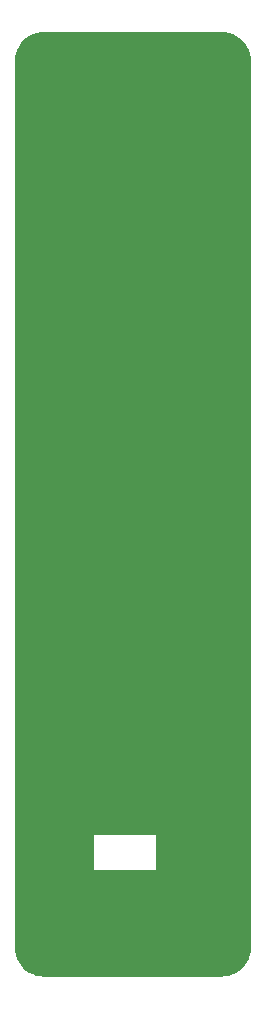
<source format=gbr>
%TF.GenerationSoftware,KiCad,Pcbnew,7.0.5+dfsg-2*%
%TF.CreationDate,2023-07-22T00:58:44+02:00*%
%TF.ProjectId,019-tayloe-quadrature-product-detector,3031392d-7461-4796-9c6f-652d71756164,2*%
%TF.SameCoordinates,Original*%
%TF.FileFunction,Soldermask,Bot*%
%TF.FilePolarity,Negative*%
%FSLAX46Y46*%
G04 Gerber Fmt 4.6, Leading zero omitted, Abs format (unit mm)*
G04 Created by KiCad (PCBNEW 7.0.5+dfsg-2) date 2023-07-22 00:58:44*
%MOMM*%
%LPD*%
G01*
G04 APERTURE LIST*
%ADD10C,3.400000*%
%ADD11C,1.400000*%
G04 APERTURE END LIST*
D10*
%TO.C,H12*%
X150000000Y-115000000D03*
%TD*%
%TO.C,H7*%
X135000000Y-80000000D03*
%TD*%
D11*
%TO.C,J7*%
X135000000Y-110000000D03*
%TD*%
D10*
%TO.C,H9*%
X135000000Y-60000000D03*
%TD*%
%TO.C,H1*%
X135000000Y-120000000D03*
%TD*%
%TO.C,H5*%
X150000000Y-95000000D03*
%TD*%
%TO.C,H2*%
X135000000Y-135000000D03*
%TD*%
D11*
%TO.C,J8*%
X135000000Y-70000000D03*
%TD*%
D10*
%TO.C,H4*%
X150000000Y-120000000D03*
%TD*%
%TO.C,H8*%
X150000000Y-75000000D03*
%TD*%
%TO.C,H11*%
X150000000Y-80000000D03*
%TD*%
%TO.C,H6*%
X135000000Y-95000000D03*
%TD*%
%TO.C,H3*%
X150000000Y-135000000D03*
%TD*%
%TO.C,H13*%
X150000000Y-100000000D03*
%TD*%
%TO.C,H10*%
X150000000Y-60000000D03*
%TD*%
D11*
%TO.C,J9*%
X135000000Y-105000000D03*
%TD*%
G36*
X152442121Y-125266002D02*
G01*
X152488614Y-125319658D01*
X152500000Y-125372000D01*
X152500000Y-128628000D01*
X152479998Y-128696121D01*
X152426342Y-128742614D01*
X152374000Y-128754000D01*
X144501540Y-128754000D01*
X144498445Y-128753924D01*
X144478199Y-128752928D01*
X144472052Y-128752323D01*
X144460686Y-128750638D01*
X144396235Y-128720863D01*
X144358112Y-128660970D01*
X144358422Y-128589974D01*
X144397066Y-128530416D01*
X144461775Y-128501205D01*
X144479162Y-128500000D01*
X144500000Y-128500000D01*
X144500000Y-125500000D01*
X144479162Y-125500000D01*
X144411041Y-125479998D01*
X144364548Y-125426342D01*
X144354444Y-125356068D01*
X144383938Y-125291488D01*
X144443664Y-125253104D01*
X144460671Y-125249364D01*
X144472043Y-125247677D01*
X144478201Y-125247071D01*
X144498451Y-125246076D01*
X144501542Y-125246000D01*
X152374000Y-125246000D01*
X152442121Y-125266002D01*
G37*
G36*
X139201550Y-125246076D02*
G01*
X139221798Y-125247071D01*
X139227955Y-125247677D01*
X139239326Y-125249364D01*
X139303775Y-125279145D01*
X139341891Y-125339042D01*
X139341574Y-125410038D01*
X139302924Y-125469592D01*
X139238212Y-125498796D01*
X139220838Y-125500000D01*
X139200000Y-125500000D01*
X139200000Y-128500000D01*
X139220838Y-128500000D01*
X139288959Y-128520002D01*
X139335452Y-128573658D01*
X139345556Y-128643932D01*
X139316062Y-128708512D01*
X139256336Y-128746896D01*
X139239312Y-128750638D01*
X139227946Y-128752323D01*
X139221800Y-128752928D01*
X139201556Y-128753924D01*
X139198460Y-128754000D01*
X132626000Y-128754000D01*
X132557879Y-128733998D01*
X132511386Y-128680342D01*
X132500000Y-128628000D01*
X132500000Y-125372000D01*
X132520002Y-125303879D01*
X132573658Y-125257386D01*
X132626000Y-125246000D01*
X139198458Y-125246000D01*
X139201550Y-125246076D01*
G37*
G36*
X150002061Y-57500135D02*
G01*
X150322189Y-57521117D01*
X150330368Y-57522193D01*
X150642996Y-57584379D01*
X150650964Y-57586514D01*
X150952793Y-57688971D01*
X150960415Y-57692128D01*
X151246292Y-57833106D01*
X151253436Y-57837231D01*
X151518464Y-58014318D01*
X151525008Y-58019339D01*
X151764659Y-58229507D01*
X151770492Y-58235340D01*
X151980660Y-58474991D01*
X151985681Y-58481535D01*
X152162768Y-58746563D01*
X152166893Y-58753707D01*
X152307871Y-59039584D01*
X152311028Y-59047206D01*
X152413485Y-59349035D01*
X152415620Y-59357003D01*
X152477806Y-59669631D01*
X152478882Y-59677810D01*
X152499865Y-59997937D01*
X152500000Y-60002058D01*
X152500000Y-125628000D01*
X152479998Y-125696121D01*
X152426342Y-125742614D01*
X152374000Y-125754000D01*
X144626000Y-125754000D01*
X144557879Y-125733998D01*
X144511386Y-125680342D01*
X144500000Y-125628000D01*
X144500000Y-125500000D01*
X139200000Y-125500000D01*
X139200000Y-125628000D01*
X139179998Y-125696121D01*
X139126342Y-125742614D01*
X139074000Y-125754000D01*
X132626000Y-125754000D01*
X132557879Y-125733998D01*
X132511386Y-125680342D01*
X132500000Y-125628000D01*
X132500000Y-60002058D01*
X132500135Y-59997937D01*
X132521117Y-59677810D01*
X132522193Y-59669631D01*
X132584379Y-59357003D01*
X132586514Y-59349035D01*
X132688971Y-59047206D01*
X132692128Y-59039584D01*
X132833106Y-58753707D01*
X132837231Y-58746563D01*
X133014318Y-58481535D01*
X133019339Y-58474991D01*
X133229507Y-58235340D01*
X133235340Y-58229507D01*
X133474991Y-58019339D01*
X133481535Y-58014318D01*
X133746563Y-57837231D01*
X133753707Y-57833106D01*
X134039584Y-57692128D01*
X134047206Y-57688971D01*
X134349035Y-57586514D01*
X134357003Y-57584379D01*
X134669631Y-57522193D01*
X134677810Y-57521117D01*
X134997939Y-57500135D01*
X135002060Y-57500000D01*
X149997940Y-57500000D01*
X150002061Y-57500135D01*
G37*
G36*
X139142121Y-128266002D02*
G01*
X139188614Y-128319658D01*
X139200000Y-128372000D01*
X139200000Y-128500000D01*
X144500000Y-128500000D01*
X144500000Y-128372000D01*
X144520002Y-128303879D01*
X144573658Y-128257386D01*
X144626000Y-128246000D01*
X152374000Y-128246000D01*
X152442121Y-128266002D01*
X152488614Y-128319658D01*
X152500000Y-128372000D01*
X152500000Y-134997940D01*
X152499865Y-135002061D01*
X152478882Y-135322189D01*
X152477806Y-135330368D01*
X152415620Y-135642996D01*
X152413485Y-135650964D01*
X152311028Y-135952793D01*
X152307871Y-135960415D01*
X152166893Y-136246292D01*
X152162768Y-136253436D01*
X151985681Y-136518464D01*
X151980660Y-136525008D01*
X151770492Y-136764659D01*
X151764659Y-136770492D01*
X151525008Y-136980660D01*
X151518464Y-136985681D01*
X151253436Y-137162768D01*
X151246292Y-137166893D01*
X150960415Y-137307871D01*
X150952793Y-137311028D01*
X150650964Y-137413485D01*
X150642996Y-137415620D01*
X150330368Y-137477806D01*
X150322189Y-137478882D01*
X150002061Y-137499865D01*
X149997940Y-137500000D01*
X135002060Y-137500000D01*
X134997939Y-137499865D01*
X134677810Y-137478882D01*
X134669631Y-137477806D01*
X134357003Y-137415620D01*
X134349035Y-137413485D01*
X134047206Y-137311028D01*
X134039584Y-137307871D01*
X133753707Y-137166893D01*
X133746563Y-137162768D01*
X133481535Y-136985681D01*
X133474991Y-136980660D01*
X133235340Y-136770492D01*
X133229507Y-136764659D01*
X133019339Y-136525008D01*
X133014318Y-136518464D01*
X132837231Y-136253436D01*
X132833106Y-136246292D01*
X132692128Y-135960415D01*
X132688971Y-135952793D01*
X132586514Y-135650964D01*
X132584379Y-135642996D01*
X132522193Y-135330368D01*
X132521117Y-135322189D01*
X132500135Y-135002061D01*
X132500000Y-134997940D01*
X132500000Y-128372000D01*
X132520002Y-128303879D01*
X132573658Y-128257386D01*
X132626000Y-128246000D01*
X139074000Y-128246000D01*
X139142121Y-128266002D01*
G37*
M02*

</source>
